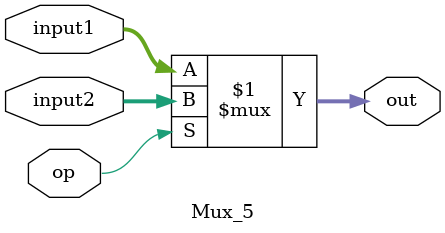
<source format=v>
`timescale 1ns / 1ps
module Mux_5(input1,input2,op,out);
input [4:0]input1;
input [4:0]input2;
input op;
output [4:0]out;

assign out = (op )? input2 : input1;

endmodule

</source>
